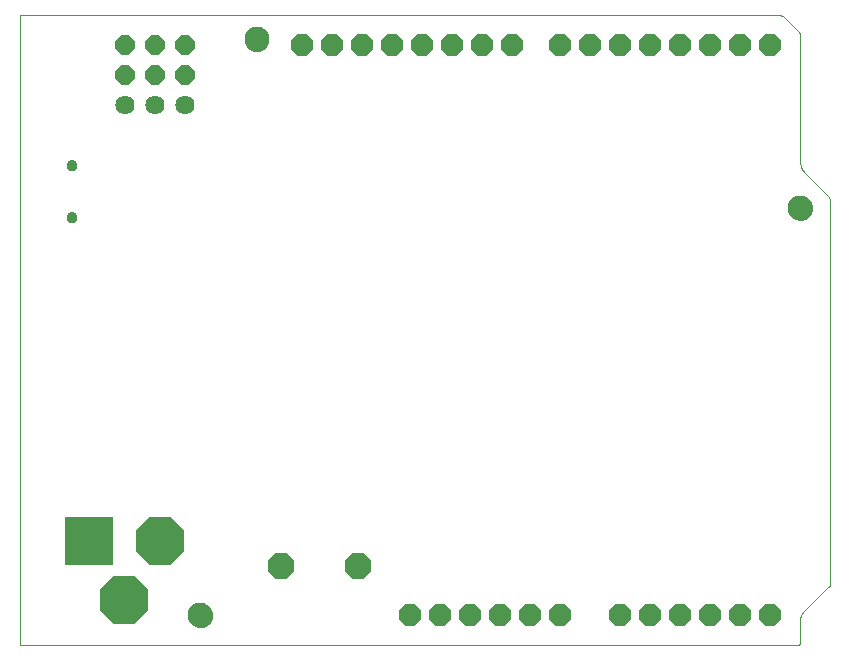
<source format=gbs>
G75*
%MOIN*%
%OFA0B0*%
%FSLAX25Y25*%
%IPPOS*%
%LPD*%
%AMOC8*
5,1,8,0,0,1.08239X$1,22.5*
%
%ADD10C,0.00000*%
%ADD11C,0.08274*%
%ADD12C,0.03600*%
%ADD13OC8,0.06502*%
%ADD14OC8,0.16148*%
%ADD15R,0.16148X0.16148*%
%ADD16C,0.08077*%
%ADD17C,0.06400*%
%ADD18OC8,0.07400*%
%ADD19OC8,0.08900*%
D10*
X0026130Y0004800D02*
X0026130Y0214800D01*
X0279204Y0214800D01*
X0280785Y0214145D02*
X0285716Y0209214D01*
X0286130Y0208214D02*
X0286130Y0165912D01*
X0286132Y0165774D01*
X0286137Y0165636D01*
X0286147Y0165498D01*
X0286160Y0165361D01*
X0286177Y0165224D01*
X0286197Y0165087D01*
X0286221Y0164951D01*
X0286249Y0164816D01*
X0286281Y0164681D01*
X0286316Y0164548D01*
X0286355Y0164415D01*
X0286397Y0164284D01*
X0286443Y0164154D01*
X0286492Y0164025D01*
X0286545Y0163897D01*
X0286601Y0163771D01*
X0286661Y0163646D01*
X0286724Y0163524D01*
X0286790Y0163402D01*
X0286860Y0163283D01*
X0286933Y0163166D01*
X0287009Y0163051D01*
X0287088Y0162937D01*
X0287170Y0162826D01*
X0287255Y0162717D01*
X0287343Y0162611D01*
X0287434Y0162507D01*
X0287527Y0162405D01*
X0287623Y0162306D01*
X0287623Y0162307D02*
X0295204Y0154726D01*
X0296130Y0152490D02*
X0296130Y0025628D01*
X0295544Y0024214D02*
X0287056Y0015726D01*
X0286130Y0013490D02*
X0286130Y0005800D01*
X0286128Y0005740D01*
X0286123Y0005679D01*
X0286114Y0005620D01*
X0286101Y0005561D01*
X0286085Y0005502D01*
X0286065Y0005445D01*
X0286042Y0005390D01*
X0286015Y0005335D01*
X0285986Y0005283D01*
X0285953Y0005232D01*
X0285917Y0005183D01*
X0285879Y0005137D01*
X0285837Y0005093D01*
X0285793Y0005051D01*
X0285747Y0005013D01*
X0285698Y0004977D01*
X0285647Y0004944D01*
X0285595Y0004915D01*
X0285540Y0004888D01*
X0285485Y0004865D01*
X0285428Y0004845D01*
X0285369Y0004829D01*
X0285310Y0004816D01*
X0285251Y0004807D01*
X0285190Y0004802D01*
X0285130Y0004800D01*
X0026130Y0004800D01*
X0082193Y0014800D02*
X0082195Y0014925D01*
X0082201Y0015050D01*
X0082211Y0015174D01*
X0082225Y0015298D01*
X0082242Y0015422D01*
X0082264Y0015545D01*
X0082290Y0015667D01*
X0082319Y0015789D01*
X0082352Y0015909D01*
X0082390Y0016028D01*
X0082430Y0016147D01*
X0082475Y0016263D01*
X0082523Y0016378D01*
X0082575Y0016492D01*
X0082631Y0016604D01*
X0082690Y0016714D01*
X0082752Y0016822D01*
X0082818Y0016929D01*
X0082887Y0017033D01*
X0082960Y0017134D01*
X0083035Y0017234D01*
X0083114Y0017331D01*
X0083196Y0017425D01*
X0083281Y0017517D01*
X0083368Y0017606D01*
X0083459Y0017692D01*
X0083552Y0017775D01*
X0083648Y0017856D01*
X0083746Y0017933D01*
X0083846Y0018007D01*
X0083949Y0018078D01*
X0084054Y0018145D01*
X0084162Y0018210D01*
X0084271Y0018270D01*
X0084382Y0018328D01*
X0084495Y0018381D01*
X0084609Y0018431D01*
X0084725Y0018478D01*
X0084842Y0018520D01*
X0084961Y0018559D01*
X0085081Y0018595D01*
X0085202Y0018626D01*
X0085324Y0018654D01*
X0085446Y0018677D01*
X0085570Y0018697D01*
X0085694Y0018713D01*
X0085818Y0018725D01*
X0085943Y0018733D01*
X0086068Y0018737D01*
X0086192Y0018737D01*
X0086317Y0018733D01*
X0086442Y0018725D01*
X0086566Y0018713D01*
X0086690Y0018697D01*
X0086814Y0018677D01*
X0086936Y0018654D01*
X0087058Y0018626D01*
X0087179Y0018595D01*
X0087299Y0018559D01*
X0087418Y0018520D01*
X0087535Y0018478D01*
X0087651Y0018431D01*
X0087765Y0018381D01*
X0087878Y0018328D01*
X0087989Y0018270D01*
X0088099Y0018210D01*
X0088206Y0018145D01*
X0088311Y0018078D01*
X0088414Y0018007D01*
X0088514Y0017933D01*
X0088612Y0017856D01*
X0088708Y0017775D01*
X0088801Y0017692D01*
X0088892Y0017606D01*
X0088979Y0017517D01*
X0089064Y0017425D01*
X0089146Y0017331D01*
X0089225Y0017234D01*
X0089300Y0017134D01*
X0089373Y0017033D01*
X0089442Y0016929D01*
X0089508Y0016822D01*
X0089570Y0016714D01*
X0089629Y0016604D01*
X0089685Y0016492D01*
X0089737Y0016378D01*
X0089785Y0016263D01*
X0089830Y0016147D01*
X0089870Y0016028D01*
X0089908Y0015909D01*
X0089941Y0015789D01*
X0089970Y0015667D01*
X0089996Y0015545D01*
X0090018Y0015422D01*
X0090035Y0015298D01*
X0090049Y0015174D01*
X0090059Y0015050D01*
X0090065Y0014925D01*
X0090067Y0014800D01*
X0090065Y0014675D01*
X0090059Y0014550D01*
X0090049Y0014426D01*
X0090035Y0014302D01*
X0090018Y0014178D01*
X0089996Y0014055D01*
X0089970Y0013933D01*
X0089941Y0013811D01*
X0089908Y0013691D01*
X0089870Y0013572D01*
X0089830Y0013453D01*
X0089785Y0013337D01*
X0089737Y0013222D01*
X0089685Y0013108D01*
X0089629Y0012996D01*
X0089570Y0012886D01*
X0089508Y0012778D01*
X0089442Y0012671D01*
X0089373Y0012567D01*
X0089300Y0012466D01*
X0089225Y0012366D01*
X0089146Y0012269D01*
X0089064Y0012175D01*
X0088979Y0012083D01*
X0088892Y0011994D01*
X0088801Y0011908D01*
X0088708Y0011825D01*
X0088612Y0011744D01*
X0088514Y0011667D01*
X0088414Y0011593D01*
X0088311Y0011522D01*
X0088206Y0011455D01*
X0088098Y0011390D01*
X0087989Y0011330D01*
X0087878Y0011272D01*
X0087765Y0011219D01*
X0087651Y0011169D01*
X0087535Y0011122D01*
X0087418Y0011080D01*
X0087299Y0011041D01*
X0087179Y0011005D01*
X0087058Y0010974D01*
X0086936Y0010946D01*
X0086814Y0010923D01*
X0086690Y0010903D01*
X0086566Y0010887D01*
X0086442Y0010875D01*
X0086317Y0010867D01*
X0086192Y0010863D01*
X0086068Y0010863D01*
X0085943Y0010867D01*
X0085818Y0010875D01*
X0085694Y0010887D01*
X0085570Y0010903D01*
X0085446Y0010923D01*
X0085324Y0010946D01*
X0085202Y0010974D01*
X0085081Y0011005D01*
X0084961Y0011041D01*
X0084842Y0011080D01*
X0084725Y0011122D01*
X0084609Y0011169D01*
X0084495Y0011219D01*
X0084382Y0011272D01*
X0084271Y0011330D01*
X0084161Y0011390D01*
X0084054Y0011455D01*
X0083949Y0011522D01*
X0083846Y0011593D01*
X0083746Y0011667D01*
X0083648Y0011744D01*
X0083552Y0011825D01*
X0083459Y0011908D01*
X0083368Y0011994D01*
X0083281Y0012083D01*
X0083196Y0012175D01*
X0083114Y0012269D01*
X0083035Y0012366D01*
X0082960Y0012466D01*
X0082887Y0012567D01*
X0082818Y0012671D01*
X0082752Y0012778D01*
X0082690Y0012886D01*
X0082631Y0012996D01*
X0082575Y0013108D01*
X0082523Y0013222D01*
X0082475Y0013337D01*
X0082430Y0013453D01*
X0082390Y0013572D01*
X0082352Y0013691D01*
X0082319Y0013811D01*
X0082290Y0013933D01*
X0082264Y0014055D01*
X0082242Y0014178D01*
X0082225Y0014302D01*
X0082211Y0014426D01*
X0082201Y0014550D01*
X0082195Y0014675D01*
X0082193Y0014800D01*
X0041613Y0147438D02*
X0041615Y0147518D01*
X0041621Y0147597D01*
X0041631Y0147676D01*
X0041645Y0147755D01*
X0041662Y0147833D01*
X0041684Y0147910D01*
X0041709Y0147985D01*
X0041739Y0148059D01*
X0041771Y0148132D01*
X0041808Y0148203D01*
X0041848Y0148272D01*
X0041891Y0148339D01*
X0041938Y0148404D01*
X0041987Y0148466D01*
X0042040Y0148526D01*
X0042096Y0148583D01*
X0042154Y0148638D01*
X0042215Y0148689D01*
X0042279Y0148737D01*
X0042345Y0148782D01*
X0042413Y0148824D01*
X0042483Y0148862D01*
X0042555Y0148896D01*
X0042628Y0148927D01*
X0042703Y0148955D01*
X0042780Y0148978D01*
X0042857Y0148998D01*
X0042935Y0149014D01*
X0043014Y0149026D01*
X0043093Y0149034D01*
X0043173Y0149038D01*
X0043253Y0149038D01*
X0043333Y0149034D01*
X0043412Y0149026D01*
X0043491Y0149014D01*
X0043569Y0148998D01*
X0043646Y0148978D01*
X0043723Y0148955D01*
X0043798Y0148927D01*
X0043871Y0148896D01*
X0043943Y0148862D01*
X0044013Y0148824D01*
X0044081Y0148782D01*
X0044147Y0148737D01*
X0044211Y0148689D01*
X0044272Y0148638D01*
X0044330Y0148583D01*
X0044386Y0148526D01*
X0044439Y0148466D01*
X0044488Y0148404D01*
X0044535Y0148339D01*
X0044578Y0148272D01*
X0044618Y0148203D01*
X0044655Y0148132D01*
X0044687Y0148059D01*
X0044717Y0147985D01*
X0044742Y0147910D01*
X0044764Y0147833D01*
X0044781Y0147755D01*
X0044795Y0147676D01*
X0044805Y0147597D01*
X0044811Y0147518D01*
X0044813Y0147438D01*
X0044811Y0147358D01*
X0044805Y0147279D01*
X0044795Y0147200D01*
X0044781Y0147121D01*
X0044764Y0147043D01*
X0044742Y0146966D01*
X0044717Y0146891D01*
X0044687Y0146817D01*
X0044655Y0146744D01*
X0044618Y0146673D01*
X0044578Y0146604D01*
X0044535Y0146537D01*
X0044488Y0146472D01*
X0044439Y0146410D01*
X0044386Y0146350D01*
X0044330Y0146293D01*
X0044272Y0146238D01*
X0044211Y0146187D01*
X0044147Y0146139D01*
X0044081Y0146094D01*
X0044013Y0146052D01*
X0043943Y0146014D01*
X0043871Y0145980D01*
X0043798Y0145949D01*
X0043723Y0145921D01*
X0043646Y0145898D01*
X0043569Y0145878D01*
X0043491Y0145862D01*
X0043412Y0145850D01*
X0043333Y0145842D01*
X0043253Y0145838D01*
X0043173Y0145838D01*
X0043093Y0145842D01*
X0043014Y0145850D01*
X0042935Y0145862D01*
X0042857Y0145878D01*
X0042780Y0145898D01*
X0042703Y0145921D01*
X0042628Y0145949D01*
X0042555Y0145980D01*
X0042483Y0146014D01*
X0042413Y0146052D01*
X0042345Y0146094D01*
X0042279Y0146139D01*
X0042215Y0146187D01*
X0042154Y0146238D01*
X0042096Y0146293D01*
X0042040Y0146350D01*
X0041987Y0146410D01*
X0041938Y0146472D01*
X0041891Y0146537D01*
X0041848Y0146604D01*
X0041808Y0146673D01*
X0041771Y0146744D01*
X0041739Y0146817D01*
X0041709Y0146891D01*
X0041684Y0146966D01*
X0041662Y0147043D01*
X0041645Y0147121D01*
X0041631Y0147200D01*
X0041621Y0147279D01*
X0041615Y0147358D01*
X0041613Y0147438D01*
X0041613Y0164761D02*
X0041615Y0164841D01*
X0041621Y0164920D01*
X0041631Y0164999D01*
X0041645Y0165078D01*
X0041662Y0165156D01*
X0041684Y0165233D01*
X0041709Y0165308D01*
X0041739Y0165382D01*
X0041771Y0165455D01*
X0041808Y0165526D01*
X0041848Y0165595D01*
X0041891Y0165662D01*
X0041938Y0165727D01*
X0041987Y0165789D01*
X0042040Y0165849D01*
X0042096Y0165906D01*
X0042154Y0165961D01*
X0042215Y0166012D01*
X0042279Y0166060D01*
X0042345Y0166105D01*
X0042413Y0166147D01*
X0042483Y0166185D01*
X0042555Y0166219D01*
X0042628Y0166250D01*
X0042703Y0166278D01*
X0042780Y0166301D01*
X0042857Y0166321D01*
X0042935Y0166337D01*
X0043014Y0166349D01*
X0043093Y0166357D01*
X0043173Y0166361D01*
X0043253Y0166361D01*
X0043333Y0166357D01*
X0043412Y0166349D01*
X0043491Y0166337D01*
X0043569Y0166321D01*
X0043646Y0166301D01*
X0043723Y0166278D01*
X0043798Y0166250D01*
X0043871Y0166219D01*
X0043943Y0166185D01*
X0044013Y0166147D01*
X0044081Y0166105D01*
X0044147Y0166060D01*
X0044211Y0166012D01*
X0044272Y0165961D01*
X0044330Y0165906D01*
X0044386Y0165849D01*
X0044439Y0165789D01*
X0044488Y0165727D01*
X0044535Y0165662D01*
X0044578Y0165595D01*
X0044618Y0165526D01*
X0044655Y0165455D01*
X0044687Y0165382D01*
X0044717Y0165308D01*
X0044742Y0165233D01*
X0044764Y0165156D01*
X0044781Y0165078D01*
X0044795Y0164999D01*
X0044805Y0164920D01*
X0044811Y0164841D01*
X0044813Y0164761D01*
X0044811Y0164681D01*
X0044805Y0164602D01*
X0044795Y0164523D01*
X0044781Y0164444D01*
X0044764Y0164366D01*
X0044742Y0164289D01*
X0044717Y0164214D01*
X0044687Y0164140D01*
X0044655Y0164067D01*
X0044618Y0163996D01*
X0044578Y0163927D01*
X0044535Y0163860D01*
X0044488Y0163795D01*
X0044439Y0163733D01*
X0044386Y0163673D01*
X0044330Y0163616D01*
X0044272Y0163561D01*
X0044211Y0163510D01*
X0044147Y0163462D01*
X0044081Y0163417D01*
X0044013Y0163375D01*
X0043943Y0163337D01*
X0043871Y0163303D01*
X0043798Y0163272D01*
X0043723Y0163244D01*
X0043646Y0163221D01*
X0043569Y0163201D01*
X0043491Y0163185D01*
X0043412Y0163173D01*
X0043333Y0163165D01*
X0043253Y0163161D01*
X0043173Y0163161D01*
X0043093Y0163165D01*
X0043014Y0163173D01*
X0042935Y0163185D01*
X0042857Y0163201D01*
X0042780Y0163221D01*
X0042703Y0163244D01*
X0042628Y0163272D01*
X0042555Y0163303D01*
X0042483Y0163337D01*
X0042413Y0163375D01*
X0042345Y0163417D01*
X0042279Y0163462D01*
X0042215Y0163510D01*
X0042154Y0163561D01*
X0042096Y0163616D01*
X0042040Y0163673D01*
X0041987Y0163733D01*
X0041938Y0163795D01*
X0041891Y0163860D01*
X0041848Y0163927D01*
X0041808Y0163996D01*
X0041771Y0164067D01*
X0041739Y0164140D01*
X0041709Y0164214D01*
X0041684Y0164289D01*
X0041662Y0164366D01*
X0041645Y0164444D01*
X0041631Y0164523D01*
X0041621Y0164602D01*
X0041615Y0164681D01*
X0041613Y0164761D01*
X0100943Y0206800D02*
X0100945Y0206925D01*
X0100951Y0207050D01*
X0100961Y0207174D01*
X0100975Y0207298D01*
X0100992Y0207422D01*
X0101014Y0207545D01*
X0101040Y0207667D01*
X0101069Y0207789D01*
X0101102Y0207909D01*
X0101140Y0208028D01*
X0101180Y0208147D01*
X0101225Y0208263D01*
X0101273Y0208378D01*
X0101325Y0208492D01*
X0101381Y0208604D01*
X0101440Y0208714D01*
X0101502Y0208822D01*
X0101568Y0208929D01*
X0101637Y0209033D01*
X0101710Y0209134D01*
X0101785Y0209234D01*
X0101864Y0209331D01*
X0101946Y0209425D01*
X0102031Y0209517D01*
X0102118Y0209606D01*
X0102209Y0209692D01*
X0102302Y0209775D01*
X0102398Y0209856D01*
X0102496Y0209933D01*
X0102596Y0210007D01*
X0102699Y0210078D01*
X0102804Y0210145D01*
X0102912Y0210210D01*
X0103021Y0210270D01*
X0103132Y0210328D01*
X0103245Y0210381D01*
X0103359Y0210431D01*
X0103475Y0210478D01*
X0103592Y0210520D01*
X0103711Y0210559D01*
X0103831Y0210595D01*
X0103952Y0210626D01*
X0104074Y0210654D01*
X0104196Y0210677D01*
X0104320Y0210697D01*
X0104444Y0210713D01*
X0104568Y0210725D01*
X0104693Y0210733D01*
X0104818Y0210737D01*
X0104942Y0210737D01*
X0105067Y0210733D01*
X0105192Y0210725D01*
X0105316Y0210713D01*
X0105440Y0210697D01*
X0105564Y0210677D01*
X0105686Y0210654D01*
X0105808Y0210626D01*
X0105929Y0210595D01*
X0106049Y0210559D01*
X0106168Y0210520D01*
X0106285Y0210478D01*
X0106401Y0210431D01*
X0106515Y0210381D01*
X0106628Y0210328D01*
X0106739Y0210270D01*
X0106849Y0210210D01*
X0106956Y0210145D01*
X0107061Y0210078D01*
X0107164Y0210007D01*
X0107264Y0209933D01*
X0107362Y0209856D01*
X0107458Y0209775D01*
X0107551Y0209692D01*
X0107642Y0209606D01*
X0107729Y0209517D01*
X0107814Y0209425D01*
X0107896Y0209331D01*
X0107975Y0209234D01*
X0108050Y0209134D01*
X0108123Y0209033D01*
X0108192Y0208929D01*
X0108258Y0208822D01*
X0108320Y0208714D01*
X0108379Y0208604D01*
X0108435Y0208492D01*
X0108487Y0208378D01*
X0108535Y0208263D01*
X0108580Y0208147D01*
X0108620Y0208028D01*
X0108658Y0207909D01*
X0108691Y0207789D01*
X0108720Y0207667D01*
X0108746Y0207545D01*
X0108768Y0207422D01*
X0108785Y0207298D01*
X0108799Y0207174D01*
X0108809Y0207050D01*
X0108815Y0206925D01*
X0108817Y0206800D01*
X0108815Y0206675D01*
X0108809Y0206550D01*
X0108799Y0206426D01*
X0108785Y0206302D01*
X0108768Y0206178D01*
X0108746Y0206055D01*
X0108720Y0205933D01*
X0108691Y0205811D01*
X0108658Y0205691D01*
X0108620Y0205572D01*
X0108580Y0205453D01*
X0108535Y0205337D01*
X0108487Y0205222D01*
X0108435Y0205108D01*
X0108379Y0204996D01*
X0108320Y0204886D01*
X0108258Y0204778D01*
X0108192Y0204671D01*
X0108123Y0204567D01*
X0108050Y0204466D01*
X0107975Y0204366D01*
X0107896Y0204269D01*
X0107814Y0204175D01*
X0107729Y0204083D01*
X0107642Y0203994D01*
X0107551Y0203908D01*
X0107458Y0203825D01*
X0107362Y0203744D01*
X0107264Y0203667D01*
X0107164Y0203593D01*
X0107061Y0203522D01*
X0106956Y0203455D01*
X0106848Y0203390D01*
X0106739Y0203330D01*
X0106628Y0203272D01*
X0106515Y0203219D01*
X0106401Y0203169D01*
X0106285Y0203122D01*
X0106168Y0203080D01*
X0106049Y0203041D01*
X0105929Y0203005D01*
X0105808Y0202974D01*
X0105686Y0202946D01*
X0105564Y0202923D01*
X0105440Y0202903D01*
X0105316Y0202887D01*
X0105192Y0202875D01*
X0105067Y0202867D01*
X0104942Y0202863D01*
X0104818Y0202863D01*
X0104693Y0202867D01*
X0104568Y0202875D01*
X0104444Y0202887D01*
X0104320Y0202903D01*
X0104196Y0202923D01*
X0104074Y0202946D01*
X0103952Y0202974D01*
X0103831Y0203005D01*
X0103711Y0203041D01*
X0103592Y0203080D01*
X0103475Y0203122D01*
X0103359Y0203169D01*
X0103245Y0203219D01*
X0103132Y0203272D01*
X0103021Y0203330D01*
X0102911Y0203390D01*
X0102804Y0203455D01*
X0102699Y0203522D01*
X0102596Y0203593D01*
X0102496Y0203667D01*
X0102398Y0203744D01*
X0102302Y0203825D01*
X0102209Y0203908D01*
X0102118Y0203994D01*
X0102031Y0204083D01*
X0101946Y0204175D01*
X0101864Y0204269D01*
X0101785Y0204366D01*
X0101710Y0204466D01*
X0101637Y0204567D01*
X0101568Y0204671D01*
X0101502Y0204778D01*
X0101440Y0204886D01*
X0101381Y0204996D01*
X0101325Y0205108D01*
X0101273Y0205222D01*
X0101225Y0205337D01*
X0101180Y0205453D01*
X0101140Y0205572D01*
X0101102Y0205691D01*
X0101069Y0205811D01*
X0101040Y0205933D01*
X0101014Y0206055D01*
X0100992Y0206178D01*
X0100975Y0206302D01*
X0100961Y0206426D01*
X0100951Y0206550D01*
X0100945Y0206675D01*
X0100943Y0206800D01*
X0279204Y0214800D02*
X0279296Y0214798D01*
X0279389Y0214792D01*
X0279481Y0214783D01*
X0279572Y0214770D01*
X0279663Y0214752D01*
X0279753Y0214732D01*
X0279842Y0214707D01*
X0279930Y0214679D01*
X0280017Y0214647D01*
X0280102Y0214612D01*
X0280186Y0214573D01*
X0280268Y0214531D01*
X0280349Y0214485D01*
X0280427Y0214436D01*
X0280503Y0214384D01*
X0280577Y0214329D01*
X0280649Y0214270D01*
X0280718Y0214209D01*
X0280785Y0214145D01*
X0285716Y0209214D02*
X0285767Y0209160D01*
X0285815Y0209104D01*
X0285860Y0209045D01*
X0285902Y0208984D01*
X0285941Y0208921D01*
X0285976Y0208856D01*
X0286008Y0208789D01*
X0286036Y0208721D01*
X0286061Y0208651D01*
X0286082Y0208580D01*
X0286099Y0208508D01*
X0286113Y0208435D01*
X0286122Y0208362D01*
X0286128Y0208288D01*
X0286130Y0208214D01*
X0295204Y0154726D02*
X0295279Y0154648D01*
X0295351Y0154568D01*
X0295421Y0154485D01*
X0295487Y0154401D01*
X0295551Y0154313D01*
X0295612Y0154224D01*
X0295670Y0154133D01*
X0295724Y0154040D01*
X0295775Y0153945D01*
X0295824Y0153848D01*
X0295868Y0153750D01*
X0295910Y0153650D01*
X0295947Y0153549D01*
X0295982Y0153447D01*
X0296013Y0153343D01*
X0296040Y0153239D01*
X0296064Y0153133D01*
X0296084Y0153027D01*
X0296101Y0152921D01*
X0296113Y0152813D01*
X0296123Y0152706D01*
X0296128Y0152598D01*
X0296130Y0152490D01*
X0282193Y0150550D02*
X0282195Y0150675D01*
X0282201Y0150800D01*
X0282211Y0150924D01*
X0282225Y0151048D01*
X0282242Y0151172D01*
X0282264Y0151295D01*
X0282290Y0151417D01*
X0282319Y0151539D01*
X0282352Y0151659D01*
X0282390Y0151778D01*
X0282430Y0151897D01*
X0282475Y0152013D01*
X0282523Y0152128D01*
X0282575Y0152242D01*
X0282631Y0152354D01*
X0282690Y0152464D01*
X0282752Y0152572D01*
X0282818Y0152679D01*
X0282887Y0152783D01*
X0282960Y0152884D01*
X0283035Y0152984D01*
X0283114Y0153081D01*
X0283196Y0153175D01*
X0283281Y0153267D01*
X0283368Y0153356D01*
X0283459Y0153442D01*
X0283552Y0153525D01*
X0283648Y0153606D01*
X0283746Y0153683D01*
X0283846Y0153757D01*
X0283949Y0153828D01*
X0284054Y0153895D01*
X0284162Y0153960D01*
X0284271Y0154020D01*
X0284382Y0154078D01*
X0284495Y0154131D01*
X0284609Y0154181D01*
X0284725Y0154228D01*
X0284842Y0154270D01*
X0284961Y0154309D01*
X0285081Y0154345D01*
X0285202Y0154376D01*
X0285324Y0154404D01*
X0285446Y0154427D01*
X0285570Y0154447D01*
X0285694Y0154463D01*
X0285818Y0154475D01*
X0285943Y0154483D01*
X0286068Y0154487D01*
X0286192Y0154487D01*
X0286317Y0154483D01*
X0286442Y0154475D01*
X0286566Y0154463D01*
X0286690Y0154447D01*
X0286814Y0154427D01*
X0286936Y0154404D01*
X0287058Y0154376D01*
X0287179Y0154345D01*
X0287299Y0154309D01*
X0287418Y0154270D01*
X0287535Y0154228D01*
X0287651Y0154181D01*
X0287765Y0154131D01*
X0287878Y0154078D01*
X0287989Y0154020D01*
X0288099Y0153960D01*
X0288206Y0153895D01*
X0288311Y0153828D01*
X0288414Y0153757D01*
X0288514Y0153683D01*
X0288612Y0153606D01*
X0288708Y0153525D01*
X0288801Y0153442D01*
X0288892Y0153356D01*
X0288979Y0153267D01*
X0289064Y0153175D01*
X0289146Y0153081D01*
X0289225Y0152984D01*
X0289300Y0152884D01*
X0289373Y0152783D01*
X0289442Y0152679D01*
X0289508Y0152572D01*
X0289570Y0152464D01*
X0289629Y0152354D01*
X0289685Y0152242D01*
X0289737Y0152128D01*
X0289785Y0152013D01*
X0289830Y0151897D01*
X0289870Y0151778D01*
X0289908Y0151659D01*
X0289941Y0151539D01*
X0289970Y0151417D01*
X0289996Y0151295D01*
X0290018Y0151172D01*
X0290035Y0151048D01*
X0290049Y0150924D01*
X0290059Y0150800D01*
X0290065Y0150675D01*
X0290067Y0150550D01*
X0290065Y0150425D01*
X0290059Y0150300D01*
X0290049Y0150176D01*
X0290035Y0150052D01*
X0290018Y0149928D01*
X0289996Y0149805D01*
X0289970Y0149683D01*
X0289941Y0149561D01*
X0289908Y0149441D01*
X0289870Y0149322D01*
X0289830Y0149203D01*
X0289785Y0149087D01*
X0289737Y0148972D01*
X0289685Y0148858D01*
X0289629Y0148746D01*
X0289570Y0148636D01*
X0289508Y0148528D01*
X0289442Y0148421D01*
X0289373Y0148317D01*
X0289300Y0148216D01*
X0289225Y0148116D01*
X0289146Y0148019D01*
X0289064Y0147925D01*
X0288979Y0147833D01*
X0288892Y0147744D01*
X0288801Y0147658D01*
X0288708Y0147575D01*
X0288612Y0147494D01*
X0288514Y0147417D01*
X0288414Y0147343D01*
X0288311Y0147272D01*
X0288206Y0147205D01*
X0288098Y0147140D01*
X0287989Y0147080D01*
X0287878Y0147022D01*
X0287765Y0146969D01*
X0287651Y0146919D01*
X0287535Y0146872D01*
X0287418Y0146830D01*
X0287299Y0146791D01*
X0287179Y0146755D01*
X0287058Y0146724D01*
X0286936Y0146696D01*
X0286814Y0146673D01*
X0286690Y0146653D01*
X0286566Y0146637D01*
X0286442Y0146625D01*
X0286317Y0146617D01*
X0286192Y0146613D01*
X0286068Y0146613D01*
X0285943Y0146617D01*
X0285818Y0146625D01*
X0285694Y0146637D01*
X0285570Y0146653D01*
X0285446Y0146673D01*
X0285324Y0146696D01*
X0285202Y0146724D01*
X0285081Y0146755D01*
X0284961Y0146791D01*
X0284842Y0146830D01*
X0284725Y0146872D01*
X0284609Y0146919D01*
X0284495Y0146969D01*
X0284382Y0147022D01*
X0284271Y0147080D01*
X0284161Y0147140D01*
X0284054Y0147205D01*
X0283949Y0147272D01*
X0283846Y0147343D01*
X0283746Y0147417D01*
X0283648Y0147494D01*
X0283552Y0147575D01*
X0283459Y0147658D01*
X0283368Y0147744D01*
X0283281Y0147833D01*
X0283196Y0147925D01*
X0283114Y0148019D01*
X0283035Y0148116D01*
X0282960Y0148216D01*
X0282887Y0148317D01*
X0282818Y0148421D01*
X0282752Y0148528D01*
X0282690Y0148636D01*
X0282631Y0148746D01*
X0282575Y0148858D01*
X0282523Y0148972D01*
X0282475Y0149087D01*
X0282430Y0149203D01*
X0282390Y0149322D01*
X0282352Y0149441D01*
X0282319Y0149561D01*
X0282290Y0149683D01*
X0282264Y0149805D01*
X0282242Y0149928D01*
X0282225Y0150052D01*
X0282211Y0150176D01*
X0282201Y0150300D01*
X0282195Y0150425D01*
X0282193Y0150550D01*
X0296130Y0025628D02*
X0296128Y0025541D01*
X0296122Y0025454D01*
X0296113Y0025367D01*
X0296100Y0025281D01*
X0296083Y0025195D01*
X0296062Y0025110D01*
X0296037Y0025027D01*
X0296009Y0024944D01*
X0295978Y0024863D01*
X0295943Y0024783D01*
X0295904Y0024705D01*
X0295862Y0024628D01*
X0295817Y0024553D01*
X0295768Y0024481D01*
X0295717Y0024410D01*
X0295662Y0024342D01*
X0295605Y0024277D01*
X0295544Y0024214D01*
X0287056Y0015726D02*
X0286981Y0015648D01*
X0286909Y0015568D01*
X0286839Y0015485D01*
X0286773Y0015401D01*
X0286709Y0015313D01*
X0286648Y0015224D01*
X0286590Y0015133D01*
X0286536Y0015040D01*
X0286485Y0014945D01*
X0286436Y0014848D01*
X0286392Y0014750D01*
X0286350Y0014650D01*
X0286313Y0014549D01*
X0286278Y0014447D01*
X0286247Y0014343D01*
X0286220Y0014239D01*
X0286196Y0014133D01*
X0286176Y0014027D01*
X0286159Y0013921D01*
X0286147Y0013813D01*
X0286137Y0013706D01*
X0286132Y0013598D01*
X0286130Y0013490D01*
D11*
X0286130Y0150550D03*
X0104880Y0206800D03*
X0086130Y0014800D03*
D12*
X0043213Y0147438D03*
X0043213Y0164761D03*
D13*
X0061177Y0194800D03*
X0071177Y0194800D03*
X0081177Y0194800D03*
X0081177Y0204800D03*
X0071177Y0204800D03*
X0061177Y0204800D03*
D14*
X0072630Y0039500D03*
X0060830Y0019800D03*
D15*
X0049030Y0039500D03*
D16*
X0049030Y0036500D03*
X0049030Y0042500D03*
X0072630Y0042500D03*
X0072630Y0036500D03*
X0063830Y0019800D03*
X0057830Y0019800D03*
D17*
X0061177Y0184800D03*
X0071177Y0184800D03*
X0081177Y0184800D03*
D18*
X0120130Y0204800D03*
X0130130Y0204800D03*
X0140130Y0204800D03*
X0150130Y0204800D03*
X0160130Y0204800D03*
X0170130Y0204800D03*
X0180130Y0204800D03*
X0190130Y0204800D03*
X0206130Y0204800D03*
X0216130Y0204800D03*
X0226130Y0204800D03*
X0236130Y0204800D03*
X0246130Y0204800D03*
X0256130Y0204800D03*
X0266130Y0204800D03*
X0276130Y0204800D03*
X0276130Y0014800D03*
X0266130Y0014800D03*
X0256130Y0014800D03*
X0246130Y0014800D03*
X0236130Y0014800D03*
X0226130Y0014800D03*
X0206130Y0014800D03*
X0196130Y0014800D03*
X0186130Y0014800D03*
X0176130Y0014800D03*
X0166130Y0014800D03*
X0156130Y0014800D03*
D19*
X0138680Y0031050D03*
X0113080Y0031050D03*
M02*

</source>
